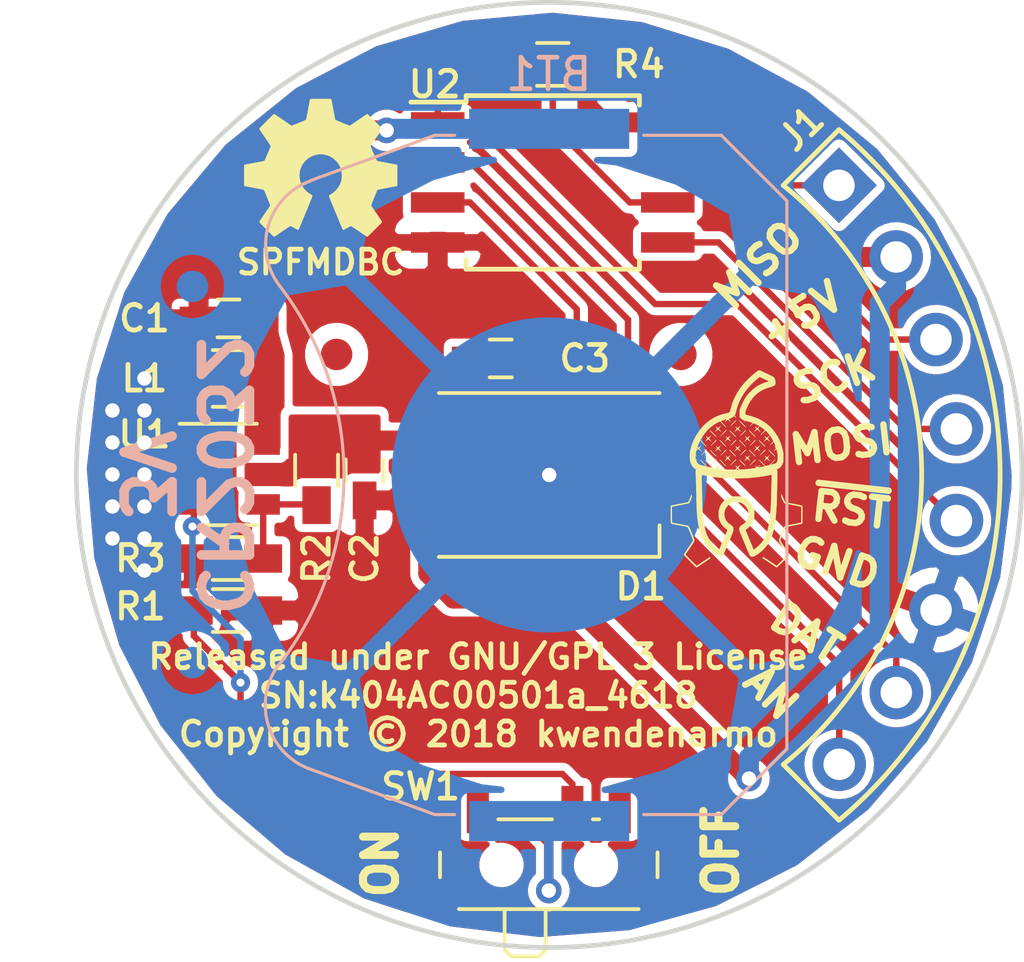
<source format=kicad_pcb>
(kicad_pcb (version 4) (host pcbnew 4.0.7-e2-6376~58~ubuntu16.04.1)
  (title_block (title "Ghostly Light") (date 2018-11-24) (rev release-v0.1A) (company https://github.com/akornsys-rdi/ghostly-light) (comment 2 "Designed & drawn by: R. García") (comment 3 "SN: k404AC00501a_4618") (comment 4 "Copyright © 2018 kwendenarmo, released under GNU/GPL 3 License"))
  (layers (0 F.Cu signal) (31 B.Cu signal) (34 B.Paste user) (35 F.Paste user) (36 B.SilkS user) (37 F.SilkS user) (38 B.Mask user) (39 F.Mask user) (44 Edge.Cuts user))
  (net 0 "")
  (net 1 "Net-(BT1-Pad1)")
  (net 2 GND)
  (net 3 +5V)
  (net 4 DAT)
  (net 5 "Net-(D1-Pad2)")
  (net 6 "Net-(L1-Pad2)")
  (net 7 "Net-(R1-Pad1)")
  (net 8 "Net-(R2-Pad2)")
  (net 9 ~RESET)
  (net 10 AN)
  (net 11 MOSI)
  (net 12 MISO)
  (net 13 SCK)
  (net 14 "Net-(SW1-Pad3)")
  (module Battery_Holders:Keystone_3034_1x20mm-CoinCell (layer B.Cu) (at 15 15 90)
    (fp_text reference BT1 (at 12.714 -0.014 180) (layer B.SilkS) (effects (justify mirror)))
    (fp_text value CR2032)
    (pad 2 smd circle (at 0 0 90) (size 10 10) (layers B.Cu B.Paste B.Mask) (net 2 GND) (thermal_gap 5))
    (pad 1 smd rect (at 10.9855 0 90) (size 1.27 5.08) (layers B.Cu B.Paste B.Mask) (net 1 "Net-(BT1-Pad1)"))
    (pad 1 smd rect (at -10.9855 0 90) (size 1.27 5.08) (layers B.Cu B.Paste B.Mask) (net 1 "Net-(BT1-Pad1)"))
  )
  (module Fiducials:Fiducial_1mm_Dia_2mm_Outer (layer B.Cu) (at 3.683 20.955)
    (fp_text reference REF** hide)
    (fp_text value Fiducial_1mm_Dia_2mm_Outer hide)
    (pad ~ smd circle (at 0 0) (size 1 1) (layers B.Cu B.Mask) (clearance 0.5))
  )
  (module Fiducials:Fiducial_1mm_Dia_2mm_Outer (layer B.Cu) (at 3.683 9.017)
    (fp_text reference REF** hide)
    (fp_text value Fiducial_1mm_Dia_2mm_Outer hide)
    (pad ~ smd circle (at 0 0) (size 1 1) (layers B.Cu B.Mask) (clearance 0.5))
  )
  (module Fiducials:Fiducial_1mm_Dia_2mm_Outer (layer F.Cu) (at 19.177 11.176)
    (fp_text reference REF** hide)
    (fp_text value Fiducial_1mm_Dia_2mm_Outer hide)
    (pad ~ smd circle (at 0 0) (size 1 1) (layers F.Cu F.Mask) (clearance 0.5))
  )
  (module Pin_Headers:Pin_Header_Straight_1x08_Pitch2.54mm (layer F.Cu) (at 15 15 45)
    (fp_text reference J1 (at 13.435029 -2.12132 45) (layer F.SilkS) (effects (font (size 0.8128 0.8128) (thickness 0.1524))))
    (fp_text value HEADER)
    (pad 1 thru_hole rect (at 13 0 45) (size 1.7 1.7) (drill 1) (layers *.Cu *.Mask) (net 12 MISO))
    (pad 2 thru_hole oval (at 12.674423 2.891192 32.15) (size 1.7 1.7) (drill 1) (layers *.Cu *.Mask) (net 3 +5V))
    (pad 3 thru_hole oval (at 11.714001 5.637568 19.3) (size 1.7 1.7) (drill 1) (layers *.Cu *.Mask) (net 13 SCK))
    (pad 4 thru_hole oval (at 10.16684 8.101566 6.45) (size 1.7 1.7) (drill 1) (layers *.Cu *.Mask) (net 11 MOSI))
    (pad 5 thru_hole oval (at 8.110435 10.159766 353.6) (size 1.7 1.7) (drill 1) (layers *.Cu *.Mask) (net 9 ~RESET))
    (pad 6 thru_hole oval (at 5.647788 11.709077 340.75) (size 1.7 1.7) (drill 1) (layers *.Cu *.Mask) (net 2 GND))
    (pad 7 thru_hole oval (at 2.902252 12.671896 327.9) (size 1.7 1.7) (drill 1) (layers *.Cu *.Mask) (net 4 DAT))
    (pad 8 thru_hole oval (at 0.011345 12.999995 315.05) (size 1.7 1.7) (drill 1) (layers *.Cu *.Mask) (net 10 AN))
  )
  (module Capacitors_SMD:C_0603_HandSoldering (layer F.Cu) (at 4.826 10.033 180)
    (fp_text reference C1 (at 2.667 0 180) (layer F.SilkS) (effects (font (size 0.8128 0.8128) (thickness 0.1524))))
    (fp_text value 22uF)
    (pad 1 smd rect (at -0.95 0 180) (size 1.2 0.75) (layers F.Cu F.Paste F.Mask) (net 1 "Net-(BT1-Pad1)"))
    (pad 2 smd rect (at 0.95 0 180) (size 1.2 0.75) (layers F.Cu F.Paste F.Mask) (net 2 GND) (thermal_gap 0.254))
  )
  (module Capacitors_SMD:C_0603_HandSoldering (layer F.Cu) (at 9.144 14.859 270)
    (fp_text reference C2 (at 2.794 0 270) (layer F.SilkS) (effects (font (size 0.8128 0.8128) (thickness 0.1524))))
    (fp_text value 22uF)
    (pad 1 smd rect (at -0.95 0 270) (size 1.2 0.75) (layers F.Cu F.Paste F.Mask) (net 3 +5V))
    (pad 2 smd rect (at 0.95 0 270) (size 1.2 0.75) (layers F.Cu F.Paste F.Mask) (net 2 GND))
  )
  (module LEDs:LED_WS2812B-PLCC4 (layer F.Cu) (at 15 15)
    (fp_text reference D1 (at 2.907 3.542) (layer F.SilkS) (effects (font (size 0.8128 0.8128) (thickness 0.1524))))
    (fp_text value WS2812B)
    (pad 3 smd rect (at 2.5 1.6) (size 1.6 1) (layers F.Cu F.Paste F.Mask) (net 2 GND))
    (pad 4 smd rect (at 2.5 -1.6) (size 1.6 1) (layers F.Cu F.Paste F.Mask) (net 4 DAT))
    (pad 2 smd rect (at -2.5 1.6) (size 1.6 1) (layers F.Cu F.Paste F.Mask) (net 5 "Net-(D1-Pad2)"))
    (pad 1 smd rect (at -2.5 -1.6) (size 1.6 1) (layers F.Cu F.Paste F.Mask) (net 3 +5V))
  )
  (module Resistors_SMD:R_0603_HandSoldering (layer F.Cu) (at 4.826 19.304)
    (fp_text reference R1 (at -2.794 -0.127) (layer F.SilkS) (effects (font (size 0.8128 0.8128) (thickness 0.1524))))
    (fp_text value 180k)
    (pad 1 smd rect (at -1.1 0) (size 1.2 0.9) (layers F.Cu F.Paste F.Mask) (net 7 "Net-(R1-Pad1)"))
    (pad 2 smd rect (at 1.1 0) (size 1.2 0.9) (layers F.Cu F.Paste F.Mask) (net 2 GND))
  )
  (module Resistors_SMD:R_0603_HandSoldering (layer F.Cu) (at 7.62 14.859 270)
    (fp_text reference R2 (at 2.794 0 270) (layer F.SilkS) (effects (font (size 0.8128 0.8128) (thickness 0.1524))))
    (fp_text value 1M62)
    (pad 1 smd rect (at -1.1 0 270) (size 1.2 0.9) (layers F.Cu F.Paste F.Mask) (net 3 +5V))
    (pad 2 smd rect (at 1.1 0 270) (size 1.2 0.9) (layers F.Cu F.Paste F.Mask) (net 8 "Net-(R2-Pad2)"))
  )
  (module Resistors_SMD:R_0603_HandSoldering (layer F.Cu) (at 4.826 17.653 180)
    (fp_text reference R3 (at 2.794 0 180) (layer F.SilkS) (effects (font (size 0.8128 0.8128) (thickness 0.1524))))
    (fp_text value 180k)
    (pad 1 smd rect (at -1.1 0 180) (size 1.2 0.9) (layers F.Cu F.Paste F.Mask) (net 8 "Net-(R2-Pad2)"))
    (pad 2 smd rect (at 1.1 0 180) (size 1.2 0.9) (layers F.Cu F.Paste F.Mask) (net 2 GND) (thermal_gap 0.254))
  )
  (module Resistors_SMD:R_0603_HandSoldering (layer F.Cu) (at 15.113 1.9685 180)
    (fp_text reference R4 (at -2.7305 0 180) (layer F.SilkS) (effects (font (size 0.8128 0.8382) (thickness 0.1524))))
    (fp_text value 180k)
    (pad 1 smd rect (at -1.1 0 180) (size 1.2 0.9) (layers F.Cu F.Paste F.Mask) (net 3 +5V))
    (pad 2 smd rect (at 1.1 0 180) (size 1.2 0.9) (layers F.Cu F.Paste F.Mask) (net 9 ~RESET))
  )
  (module TO_SOT_Packages_SMD:SOT-23-6 (layer F.Cu) (at 4.826 14.986)
    (fp_text reference U1 (at -2.667 -1.27) (layer F.SilkS) (effects (font (size 0.8128 0.8128) (thickness 0.1524))))
    (fp_text value TPS61070)
    (pad 1 smd rect (at -1.1 -0.95) (size 1.06 0.65) (layers F.Cu F.Paste F.Mask) (net 6 "Net-(L1-Pad2)"))
    (pad 2 smd rect (at -1.1 0) (size 1.06 0.65) (layers F.Cu F.Paste F.Mask) (net 2 GND))
    (pad 3 smd rect (at -1.1 0.95) (size 1.06 0.65) (layers F.Cu F.Paste F.Mask) (net 7 "Net-(R1-Pad1)"))
    (pad 4 smd rect (at 1.1 0.95) (size 1.06 0.65) (layers F.Cu F.Paste F.Mask) (net 8 "Net-(R2-Pad2)"))
    (pad 6 smd rect (at 1.1 -0.95) (size 1.06 0.65) (layers F.Cu F.Paste F.Mask) (net 1 "Net-(BT1-Pad1)"))
    (pad 5 smd rect (at 1.1 0) (size 1.06 0.65) (layers F.Cu F.Paste F.Mask) (net 3 +5V))
  )
  (module Buttons_Switches_SMD:SW_SPDT_PCM12 (layer F.Cu) (at 14.986 27.051)
    (fp_text reference SW1 (at -4.064 -2.159) (layer F.SilkS) (effects (font (size 0.8128 0.8128) (thickness 0.1524))))
    (fp_text value "POWER ON")
    (pad "" np_thru_hole circle (at -1.5 0.33) (size 0.9 0.9) (drill 0.9) (layers *.Cu *.Mask))
    (pad "" np_thru_hole circle (at 1.5 0.33) (size 0.9 0.9) (drill 0.9) (layers *.Cu *.Mask))
    (pad 1 smd rect (at -2.25 -1.43) (size 0.7 1.5) (layers F.Cu F.Paste F.Mask) (net 1 "Net-(BT1-Pad1)"))
    (pad 2 smd rect (at 0.75 -1.43) (size 0.7 1.5) (layers F.Cu F.Paste F.Mask) (net 7 "Net-(R1-Pad1)"))
    (pad 3 smd rect (at 2.25 -1.43) (size 0.7 1.5) (layers F.Cu F.Paste F.Mask) (net 14 "Net-(SW1-Pad3)"))
    (pad "" smd rect (at -3.65 1.43) (size 1 0.8) (layers F.Cu F.Paste F.Mask))
    (pad "" smd rect (at 3.65 1.43) (size 1 0.8) (layers F.Cu F.Paste F.Mask))
    (pad "" smd rect (at 3.65 -0.78) (size 1 0.8) (layers F.Cu F.Paste F.Mask))
    (pad "" smd rect (at -3.65 -0.78) (size 1 0.8) (layers F.Cu F.Paste F.Mask))
  )
  (module Capacitors_SMD:C_0603_HandSoldering (layer F.Cu) (at 13.462 11.303)
    (fp_text reference C3 (at 2.667 0) (layer F.SilkS) (effects (font (size 0.8128 0.8128) (thickness 0.1524))))
    (fp_text value 1uF)
    (pad 1 smd rect (at -0.95 0) (size 1.2 0.75) (layers F.Cu F.Paste F.Mask) (net 3 +5V))
    (pad 2 smd rect (at 0.95 0) (size 1.2 0.75) (layers F.Cu F.Paste F.Mask) (net 2 GND))
  )
  (module akorn-logo:akorn-logo-small (layer F.Cu) (at 21.25 14.75)
    (fp_text reference G*** hide)
    (fp_text value LOGO hide)
  )
  (module akorn-logo:oshw-logo-small (layer F.Cu) (at 7.75 5.25)
    (fp_text reference G*** hide)
    (fp_text value LOGO hide)
  )
  (module Fiducials:Fiducial_1mm_Dia_2mm_Outer (layer F.Cu) (at 8.255 11.176)
    (fp_text reference REF** hide)
    (fp_text value Fiducial_1mm_Dia_2mm_Outer hide)
    (pad ~ smd circle (at 0 0) (size 1 1) (layers F.Cu F.Mask) (clearance 0.5))
  )
  (module Housings_SOIC:SOIJ-8_5.3x5.3mm_Pitch1.27mm (layer F.Cu) (at 15.113 5.715)
    (fp_text reference U2 (at -3.7465 -3.1115) (layer F.SilkS) (effects (font (size 0.8128 0.8128) (thickness 0.1524))))
    (fp_text value ATTINY85)
    (pad 1 smd rect (at -3.65 -1.905) (size 1.7 0.65) (layers F.Cu F.Paste F.Mask) (net 9 ~RESET))
    (pad 2 smd rect (at -3.65 -0.635) (size 1.7 0.65) (layers F.Cu F.Paste F.Mask) (net 4 DAT))
    (pad 3 smd rect (at -3.65 0.635) (size 1.7 0.65) (layers F.Cu F.Paste F.Mask) (net 10 AN))
    (pad 4 smd rect (at -3.65 1.905) (size 1.7 0.65) (layers F.Cu F.Paste F.Mask) (net 2 GND))
    (pad 5 smd rect (at 3.65 1.905) (size 1.7 0.65) (layers F.Cu F.Paste F.Mask) (net 11 MOSI))
    (pad 6 smd rect (at 3.65 0.635) (size 1.7 0.65) (layers F.Cu F.Paste F.Mask) (net 12 MISO))
    (pad 7 smd rect (at 3.65 -0.635) (size 1.7 0.65) (layers F.Cu F.Paste F.Mask) (net 13 SCK))
    (pad 8 smd rect (at 3.65 -1.905) (size 1.7 0.65) (layers F.Cu F.Paste F.Mask) (net 3 +5V))
  )
  (module inductor_1007:L_1007_Handsoldering (layer F.Cu) (at 4.826 11.938 180)
    (fp_text reference L1 (at 2.667 0 180) (layer F.SilkS) (effects (font (size 0.8128 0.8128) (thickness 0.1524))))
    (fp_text value 10uH)
    (pad 1 smd rect (at -1.25 0 180) (size 1 1.5) (layers F.Cu F.Paste F.Mask) (net 1 "Net-(BT1-Pad1)"))
    (pad 2 smd rect (at 1.25 0 180) (size 1 1.5) (layers F.Cu F.Paste F.Mask) (net 6 "Net-(L1-Pad2)"))
  )
  (gr_text "Released under GNU/GPL 3 License\nSN:k404AC00501a_4618\nCopyright © 2018 kwendenarmo" (at 12.75 22) (layer F.SilkS) (effects (font (size 0.762 0.762) (thickness 0.1524))))
  (gr_text OFF (at 20.447 26.924 90) (layer F.SilkS) (effects (font (size 1.016 1.016) (thickness 0.254))))
  (gr_text SPFMDBC (at 7.75 8.25) (layer F.SilkS) (effects (font (size 0.762 0.762) (thickness 0.1524))))
  (gr_text ON (at 9.652 27.305 90) (layer F.SilkS) (effects (font (size 1.016 1.016) (thickness 0.254))))
  (gr_text "CR2032\n3V" (at 3.429 15 270) (layer B.SilkS) (effects (font (thickness 0.3048)) (justify mirror)))
  (gr_text AN (at 22.733 22.606 315) (layer F.SilkS) (effects (font (size 0.889 0.889) (thickness 0.2032)) (justify right)))
  (gr_text DAT (at 24.257 20.701 327.9) (layer F.SilkS) (effects (font (size 0.889 0.889) (thickness 0.2032)) (justify right)))
  (gr_text GND (at 25.527 18.288 340.7) (layer F.SilkS) (effects (font (size 0.889 0.889) (thickness 0.2032)) (justify right)))
  (gr_text ~RST (at 25.908 16.256 353.6) (layer F.SilkS) (effects (font (size 0.889 0.889) (thickness 0.2032)) (justify right)))
  (gr_text MOSI (at 26 13.843 6.4) (layer F.SilkS) (effects (font (size 0.889 0.889) (thickness 0.2032)) (justify right)))
  (gr_text SCK (at 25.4 11.43 19.3) (layer F.SilkS) (effects (font (size 0.889 0.889) (thickness 0.2032)) (justify right)))
  (gr_text +5V (at 24.257 9.144 32.1) (layer F.SilkS) (effects (font (size 0.889 0.889) (thickness 0.2032)) (justify right)))
  (gr_text MISO (at 22.86 7.112 45) (layer F.SilkS) (effects (font (size 0.889 0.889) (thickness 0.2032)) (justify right)))
  (gr_circle (center 15 15) (end 30 15) (layer Edge.Cuts) (width 0.15))
  (segment (start 15 4.0145) (end 9.892 4.0145) (width 0.635) (layer B.Cu) (net 1))
  (segment (start 9.892 4.0145) (end 9.8425 4.064) (width 0.635) (layer B.Cu) (net 1))
  (segment (start 7.806306 4.064) (end 9.8425 4.064) (width 0.635) (layer F.Cu) (net 1))
  (via (at 9.8425 4.064) (size 0.8128) (drill 0.4572) (layers F.Cu B.Cu) (net 1))
  (segment (start 5.776 6.094306) (end 5.776 10.033) (width 0.635) (layer F.Cu) (net 1))
  (segment (start 14.986 28.194) (end 14.986 26.444) (width 0.3048) (layer B.Cu) (net 1))
  (segment (start 14.986 26.444) (end 15 26.43) (width 0.3048) (layer B.Cu) (net 1))
  (segment (start 14.986 26.67) (end 14.986 28.194) (width 0.3048) (layer F.Cu) (net 1))
  (via (at 14.986 28.194) (size 0.8128) (drill 0.4572) (layers F.Cu B.Cu) (net 1))
  (segment (start 13.937 25.621) (end 14.986 26.67) (width 0.3048) (layer F.Cu) (net 1))
  (segment (start 12.736 25.621) (end 13.937 25.621) (width 0.3048) (layer F.Cu) (net 1))
  (segment (start 7.806306 4.064) (end 5.776 6.094306) (width 0.635) (layer F.Cu) (net 1))
  (segment (start 1.143 16.002) (end 1.143 17.018) (width 0.3048) (layer F.Cu) (net 2))
  (via (at 1.143 17.018) (size 0.8128) (drill 0.4572) (layers F.Cu B.Cu) (net 2))
  (segment (start 1.143 14.986) (end 1.143 16.002) (width 0.3048) (layer F.Cu) (net 2))
  (via (at 1.143 16.002) (size 0.8128) (drill 0.4572) (layers F.Cu B.Cu) (net 2))
  (segment (start 1.143 13.97) (end 1.143 12.954) (width 0.3048) (layer F.Cu) (net 2))
  (via (at 1.143 12.954) (size 0.8128) (drill 0.4572) (layers F.Cu B.Cu) (net 2))
  (segment (start 1.143 14.986) (end 1.143 13.97) (width 0.3048) (layer F.Cu) (net 2))
  (via (at 1.143 13.97) (size 0.8128) (drill 0.4572) (layers F.Cu B.Cu) (net 2))
  (segment (start 2.159 14.986) (end 1.143 14.986) (width 0.3048) (layer F.Cu) (net 2))
  (via (at 1.143 14.986) (size 0.8128) (drill 0.4572) (layers F.Cu B.Cu) (net 2))
  (segment (start 2.159 14.986) (end 3.726 14.986) (width 0.3048) (layer F.Cu) (net 2))
  (segment (start 2.178572 14.986) (end 2.163831 14.971259) (width 0.3048) (layer F.Cu) (net 2))
  (segment (start 2.159 17.018) (end 2.159 18.034) (width 0.3048) (layer F.Cu) (net 2))
  (via (at 2.159 18.034) (size 0.8128) (drill 0.4572) (layers F.Cu B.Cu) (net 2))
  (segment (start 2.159 16.002) (end 2.159 17.018) (width 0.3048) (layer F.Cu) (net 2))
  (via (at 2.159 17.018) (size 0.8128) (drill 0.4572) (layers F.Cu B.Cu) (net 2))
  (segment (start 2.159 14.986) (end 2.159 16.002) (width 0.3048) (layer F.Cu) (net 2))
  (via (at 2.159 16.002) (size 0.8128) (drill 0.4572) (layers F.Cu B.Cu) (net 2))
  (segment (start 2.159 12.954) (end 2.159 11.938) (width 0.3048) (layer F.Cu) (net 2))
  (via (at 2.159 11.938) (size 0.8128) (drill 0.4572) (layers F.Cu B.Cu) (net 2))
  (segment (start 2.159 13.97) (end 2.159 12.954) (width 0.3048) (layer F.Cu) (net 2))
  (via (at 2.159 12.954) (size 0.8128) (drill 0.4572) (layers F.Cu B.Cu) (net 2))
  (segment (start 2.159 14.986) (end 2.159 13.97) (width 0.3048) (layer F.Cu) (net 2))
  (via (at 2.159 13.97) (size 0.8128) (drill 0.4572) (layers F.Cu B.Cu) (net 2))
  (via (at 2.159 14.986) (size 0.8128) (drill 0.4572) (layers F.Cu B.Cu) (net 2))
  (segment (start 17.5 16.6) (end 15.81909 16.6) (width 0.3048) (layer F.Cu) (net 2))
  (segment (start 15.81909 16.6) (end 15 15.78091) (width 0.3048) (layer F.Cu) (net 2))
  (segment (start 15 15.78091) (end 15 15) (width 0.3048) (layer F.Cu) (net 2))
  (via (at 15 15) (size 0.8128) (drill 0.4572) (layers F.Cu B.Cu) (net 2))
  (segment (start 26.006552 8.082211) (end 26.006552 9.022753) (width 0.635) (layer B.Cu) (net 3))
  (segment (start 26.006552 9.022753) (end 25.486519 9.542786) (width 0.635) (layer B.Cu) (net 3))
  (segment (start 25.486519 9.542786) (end 25.486519 19.830244) (width 0.635) (layer B.Cu) (net 3))
  (segment (start 25.486519 19.830244) (end 21.336 23.980763) (width 0.635) (layer B.Cu) (net 3))
  (segment (start 21.336 23.980763) (end 21.336 24.638) (width 0.635) (layer B.Cu) (net 3))
  (segment (start 16.213 1.9685) (end 16.213 3.310758) (width 0.635) (layer F.Cu) (net 3))
  (segment (start 16.213 3.310758) (end 16.712242 3.81) (width 0.635) (layer F.Cu) (net 3))
  (segment (start 16.712242 3.81) (end 18.763 3.81) (width 0.635) (layer F.Cu) (net 3))
  (segment (start 11.163297 13.90302) (end 11.163297 18.12906) (width 0.635) (layer F.Cu) (net 3))
  (segment (start 11.163297 18.12906) (end 11.957237 18.923) (width 0.635) (layer F.Cu) (net 3))
  (segment (start 11.957237 18.923) (end 15.621 18.923) (width 0.635) (layer F.Cu) (net 3))
  (segment (start 15.621 18.923) (end 21.336 24.638) (width 0.635) (layer F.Cu) (net 3))
  (segment (start 12.5 13.4) (end 11.666317 13.4) (width 0.635) (layer F.Cu) (net 3))
  (segment (start 11.666317 13.4) (end 11.163297 13.90302) (width 0.635) (layer F.Cu) (net 3))
  (segment (start 19.576942 3.81) (end 23.849153 8.082211) (width 0.635) (layer F.Cu) (net 3))
  (segment (start 23.849153 8.082211) (end 26.006552 8.082211) (width 0.635) (layer F.Cu) (net 3))
  (segment (start 9.144 13.909) (end 11.157317 13.909) (width 0.635) (layer F.Cu) (net 3))
  (segment (start 11.157317 13.909) (end 11.163297 13.90302) (width 0.3048) (layer F.Cu) (net 3))
  (segment (start 12.512 11.303) (end 12.512 13.388) (width 0.635) (layer F.Cu) (net 3))
  (segment (start 12.512 13.388) (end 12.5 13.4) (width 0.3048) (layer F.Cu) (net 3))
  (via (at 21.336 24.638) (size 0.8128) (drill 0.4572) (layers F.Cu B.Cu) (net 3))
  (segment (start 11.463 5.08) (end 12.510509 5.08) (width 0.2032) (layer F.Cu) (net 4))
  (segment (start 12.510509 5.08) (end 17.5 10.069491) (width 0.2032) (layer F.Cu) (net 4))
  (segment (start 17.5 10.069491) (end 17.5 13.4) (width 0.2032) (layer F.Cu) (net 4))
  (segment (start 17.5 13.4) (end 18.658693 13.4) (width 0.2032) (layer F.Cu) (net 4))
  (segment (start 18.658693 13.4) (end 26.012586 20.753893) (width 0.2032) (layer F.Cu) (net 4))
  (segment (start 26.012586 20.753893) (end 26.012586 21.908182) (width 0.2032) (layer F.Cu) (net 4))
  (segment (start 15.736 25.621) (end 15.736 24.811127) (width 0.2032) (layer F.Cu) (net 7))
  (segment (start 15.736 24.811127) (end 15.417008 24.492135) (width 0.2032) (layer F.Cu) (net 7))
  (segment (start 15.417008 24.492135) (end 5.823135 24.492135) (width 0.2032) (layer F.Cu) (net 7))
  (segment (start 5.823135 24.492135) (end 5.207 23.876) (width 0.2032) (layer F.Cu) (net 7))
  (segment (start 5.207 23.876) (end 5.207 21.59) (width 0.2032) (layer F.Cu) (net 7))
  (segment (start 5.207 21.59) (end 5.207 20.210598) (width 0.2032) (layer B.Cu) (net 7))
  (segment (start 5.207 20.210598) (end 3.683 18.686598) (width 0.2032) (layer B.Cu) (net 7))
  (segment (start 3.683 18.686598) (end 3.683 16.637) (width 0.2032) (layer B.Cu) (net 7))
  (segment (start 3.726 19.304) (end 3.726 20.109) (width 0.2032) (layer F.Cu) (net 7))
  (segment (start 3.726 20.109) (end 5.207 21.59) (width 0.2032) (layer F.Cu) (net 7))
  (via (at 5.207 21.59) (size 0.6096) (drill 0.254) (layers F.Cu B.Cu) (net 7))
  (segment (start 3.726 19.177) (end 3.937 19.177) (width 0.2032) (layer F.Cu) (net 7))
  (segment (start 3.726 15.936) (end 3.726 16.594) (width 0.2032) (layer F.Cu) (net 7))
  (segment (start 3.726 16.594) (end 3.683 16.637) (width 0.2032) (layer F.Cu) (net 7))
  (via (at 3.683 16.637) (size 0.6096) (drill 0.254) (layers F.Cu B.Cu) (net 7))
  (segment (start 5.926 15.936) (end 7.851 15.936) (width 0.2032) (layer F.Cu) (net 8))
  (segment (start 7.851 15.936) (end 7.874 15.959) (width 0.2032) (layer F.Cu) (net 8))
  (segment (start 5.926 17.653) (end 5.926 15.936) (width 0.2032) (layer F.Cu) (net 8))
  (segment (start 7.597 15.936) (end 7.62 15.959) (width 0.2032) (layer F.Cu) (net 8))
  (segment (start 11.463 3.81) (end 12.597919 3.81) (width 0.2032) (layer F.Cu) (net 9))
  (segment (start 12.597919 3.81) (end 18.363846 9.575927) (width 0.2032) (layer F.Cu) (net 9))
  (segment (start 18.363846 9.575927) (end 20.971936 9.575927) (width 0.2032) (layer F.Cu) (net 9))
  (segment (start 20.971936 9.575927) (end 27.845105 16.449096) (width 0.2032) (layer F.Cu) (net 9))
  (segment (start 27.845105 16.449096) (end 27.918983 16.449096) (width 0.2032) (layer F.Cu) (net 9))
  (segment (start 14.013 1.9685) (end 12.0015 1.9685) (width 0.2032) (layer F.Cu) (net 9))
  (segment (start 12.0015 1.9685) (end 11.463 2.507) (width 0.2032) (layer F.Cu) (net 9))
  (segment (start 11.463 2.507) (end 11.463 3.81) (width 0.2032) (layer F.Cu) (net 9))
  (segment (start 11.463 6.35) (end 12.485271 6.35) (width 0.2032) (layer F.Cu) (net 10))
  (segment (start 16.71858 15.735057) (end 18.908505 15.735057) (width 0.2032) (layer F.Cu) (net 10))
  (segment (start 12.485271 6.35) (end 15.875 9.739729) (width 0.2032) (layer F.Cu) (net 10))
  (segment (start 15.875 9.739729) (end 15.875 14.891477) (width 0.2032) (layer F.Cu) (net 10))
  (segment (start 15.875 14.891477) (end 16.71858 15.735057) (width 0.2032) (layer F.Cu) (net 10))
  (segment (start 18.908505 15.735057) (end 24.200407 21.026959) (width 0.2032) (layer F.Cu) (net 10))
  (segment (start 24.200407 21.026959) (end 24.200407 24.184362) (width 0.2032) (layer F.Cu) (net 10))
  (segment (start 20.374789 7.62) (end 18.763 7.62) (width 0.2032) (layer F.Cu) (net 11))
  (segment (start 20.374789 7.62) (end 26.29442 13.539631) (width 0.2032) (layer F.Cu) (net 11))
  (segment (start 26.29442 13.539631) (end 27.917714 13.539631) (width 0.2032) (layer F.Cu) (net 11))
  (segment (start 18.763 6.35) (end 17.556197 6.35) (width 0.2032) (layer F.Cu) (net 12))
  (segment (start 17.556197 6.35) (end 15.113 3.906803) (width 0.2032) (layer F.Cu) (net 12))
  (segment (start 15.113 3.906803) (end 15.113 1.397) (width 0.2032) (layer F.Cu) (net 12))
  (segment (start 15.113 1.397) (end 15.351231 1.158769) (width 0.2032) (layer F.Cu) (net 12))
  (segment (start 15.351231 1.158769) (end 17.001593 1.158769) (width 0.2032) (layer F.Cu) (net 12))
  (segment (start 17.001593 1.158769) (end 17.187003 1.344179) (width 0.2032) (layer F.Cu) (net 12))
  (segment (start 17.187003 1.344179) (end 17.187003 2.728896) (width 0.2032) (layer F.Cu) (net 12))
  (segment (start 17.187003 2.728896) (end 17.515392 3.057285) (width 0.2032) (layer F.Cu) (net 12))
  (segment (start 17.515392 3.057285) (end 19.783975 3.057285) (width 0.2032) (layer F.Cu) (net 12))
  (segment (start 19.783975 3.057285) (end 22.534302 5.807612) (width 0.2032) (layer F.Cu) (net 12))
  (segment (start 22.534302 5.807612) (end 24.192388 5.807612) (width 0.2032) (layer F.Cu) (net 12))
  (segment (start 18.763 5.08) (end 19.935493 5.08) (width 0.2032) (layer F.Cu) (net 13))
  (segment (start 19.935493 5.08) (end 25.558806 10.703313) (width 0.2032) (layer F.Cu) (net 13))
  (segment (start 25.558806 10.703313) (end 27.269412 10.703313) (width 0.2032) (layer F.Cu) (net 13))
  (zone (net 2) (net_name GND) (layer F.Cu) (connect_pads (clearance 0.254)) (min_thickness 0.2032) (fill yes (arc_segments 32) (thermal_gap 0.508) (thermal_bridge_width 0.635))
    (polygon (pts (xy 0 0) (xy 30 0) (xy 30 30) (xy 0 30)))
  )
  (zone (net 2) (net_name GND) (layer B.Cu) (connect_pads (clearance 0.254)) (min_thickness 0.2032) (fill yes (arc_segments 32) (thermal_gap 0.508) (thermal_bridge_width 0.635))
    (polygon (pts (xy 0 0) (xy 30 0) (xy 30 30) (xy 0 30)))
  )
  (zone (net 1) (net_name "Net-(BT1-Pad1)") (layer F.Cu) (priority 1) (connect_pads yes (clearance 0.254)) (min_thickness 0.2032) (fill yes (arc_segments 32) (thermal_gap 0.508) (thermal_bridge_width 0.508))
    (polygon (pts (xy 5.1435 9.652) (xy 6.4135 9.652) (xy 6.4135 10.4775) (xy 6.604 11.176) (xy 6.604 14.351) (xy 5.334 14.351) (xy 5.334 11.176) (xy 5.1435 10.4775)))
  )
  (zone (net 6) (net_name "Net-(L1-Pad2)") (layer F.Cu) (priority 1) (connect_pads yes (clearance 0.254)) (min_thickness 0.2032) (fill yes (arc_segments 32) (thermal_gap 0.508) (thermal_bridge_width 0.508))
    (polygon (pts (xy 3.048 11.176) (xy 4.1275 11.176) (xy 4.1275 12.7) (xy 4.2545 13.716) (xy 4.2545 14.351) (xy 3.175 14.351) (xy 3.175 13.716) (xy 3.048 12.7)))
  )
  (zone (net 3) (net_name +5V) (layer F.Cu) (priority 2) (connect_pads yes (clearance 0.254)) (min_thickness 0.2032) (fill yes (arc_segments 32) (thermal_gap 0.508) (thermal_bridge_width 0.508))
    (polygon (pts (xy 6.731 13.081) (xy 6.731 14.478) (xy 5.334 14.478) (xy 5.334 15.367) (xy 7.112 15.367) (xy 7.112 15.113) (xy 9.652 15.113) (xy 9.652 13.081)))
  )
)
</source>
